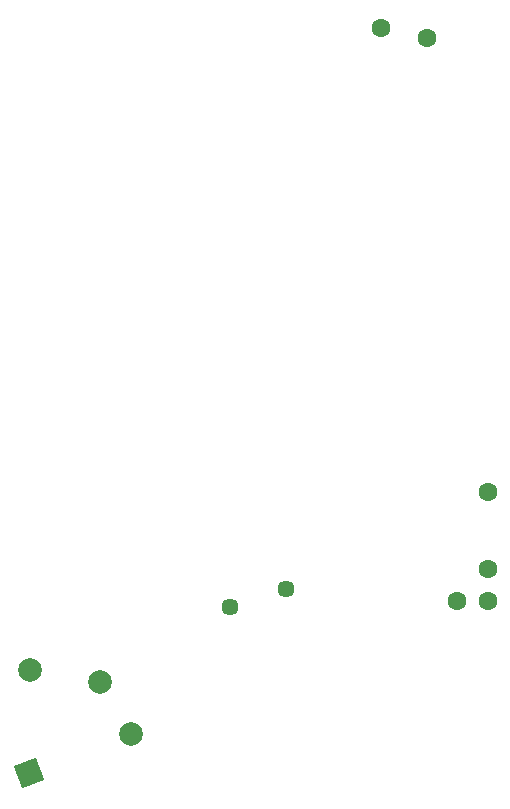
<source format=gbr>
%TF.GenerationSoftware,KiCad,Pcbnew,9.0.3*%
%TF.CreationDate,2025-07-19T19:29:57+01:00*%
%TF.ProjectId,GhostPAW,47686f73-7450-4415-972e-6b696361645f,rev?*%
%TF.SameCoordinates,Original*%
%TF.FileFunction,Copper,L3,Inr*%
%TF.FilePolarity,Positive*%
%FSLAX46Y46*%
G04 Gerber Fmt 4.6, Leading zero omitted, Abs format (unit mm)*
G04 Created by KiCad (PCBNEW 9.0.3) date 2025-07-19 19:29:57*
%MOMM*%
%LPD*%
G01*
G04 APERTURE LIST*
G04 Aperture macros list*
%AMRotRect*
0 Rectangle, with rotation*
0 The origin of the aperture is its center*
0 $1 length*
0 $2 width*
0 $3 Rotation angle, in degrees counterclockwise*
0 Add horizontal line*
21,1,$1,$2,0,0,$3*%
G04 Aperture macros list end*
%TA.AperFunction,ComponentPad*%
%ADD10C,1.600200*%
%TD*%
%TA.AperFunction,ComponentPad*%
%ADD11RotRect,2.010000X2.010000X111.000000*%
%TD*%
%TA.AperFunction,ComponentPad*%
%ADD12C,2.010000*%
%TD*%
%TA.AperFunction,ComponentPad*%
%ADD13C,1.447800*%
%TD*%
G04 APERTURE END LIST*
D10*
%TO.N,N/C*%
%TO.C,U6*%
X158732815Y-70276141D03*
X162633472Y-71105251D03*
%TD*%
%TO.N,RUMBLE+*%
%TO.C,M1*%
X165200000Y-118780000D03*
%TO.N,RUMBLE-*%
X167800000Y-118780000D03*
%TO.N,N/C*%
X167800000Y-116000000D03*
X167800000Y-109500001D03*
%TD*%
D11*
%TO.N,GND*%
%TO.C,H1*%
X128915322Y-133308780D03*
D12*
%TO.N,GC_AUX_DATA*%
X134965558Y-125630587D03*
%TO.N,+5V*%
X128999999Y-124600001D03*
%TO.N,+3V3*%
X137597620Y-129975958D03*
%TD*%
D13*
%TO.N,N/C*%
%TO.C,SW2*%
X145929085Y-119285476D03*
X150684367Y-117740391D03*
%TD*%
M02*

</source>
